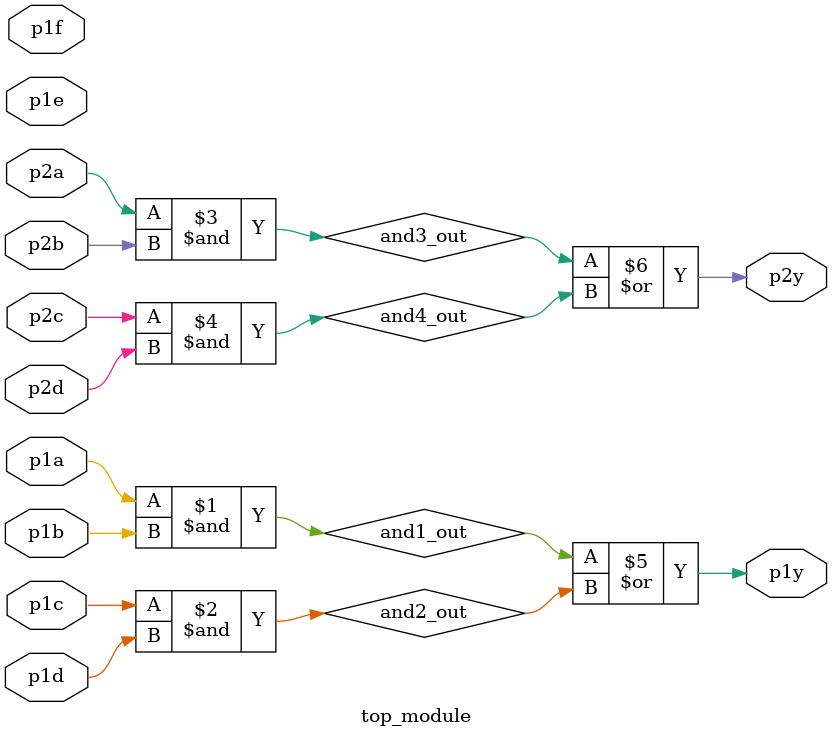
<source format=v>
module top_module ( 
    input p1a, p1b, p1c, p1d, p1e, p1f,
    output p1y,
    input p2a, p2b, p2c, p2d,
    output p2y );

    // Intermediate signals for the AND gate outputs
    wire and1_out, and2_out, and3_out, and4_out;

    // AND gates
    assign and1_out = p1a & p1b;
    assign and2_out = p1c & p1d;
    assign and3_out = p2a & p2b;
    assign and4_out = p2c & p2d;

    // OR gates
    assign p1y = and1_out | and2_out;
    assign p2y = and3_out | and4_out;

endmodule
</source>
